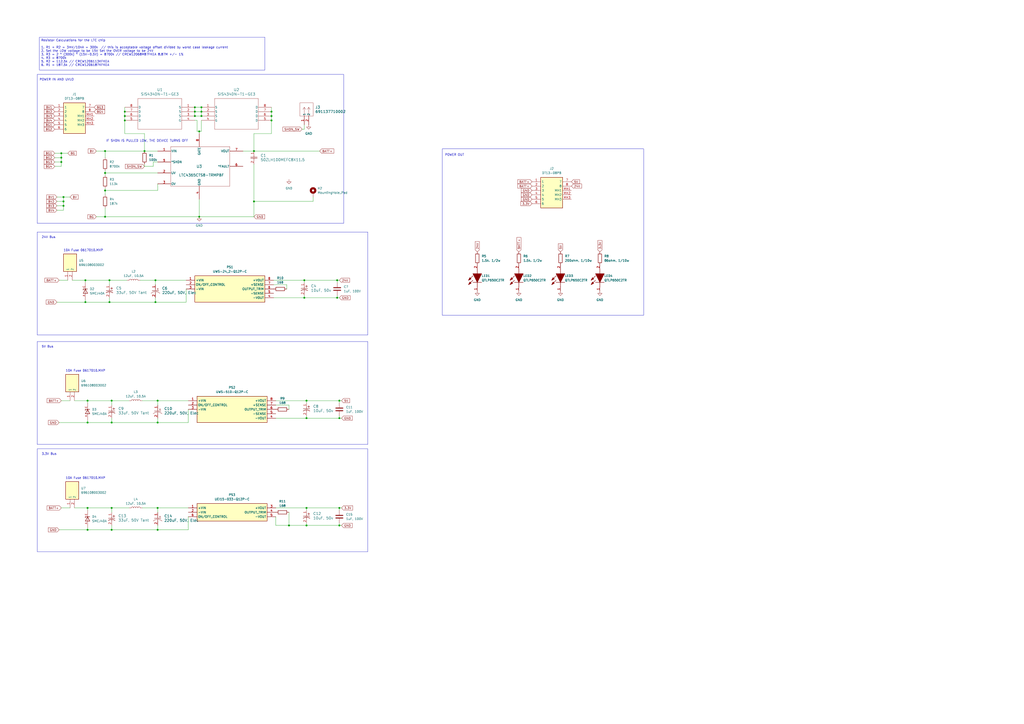
<source format=kicad_sch>
(kicad_sch (version 20231120) (generator "eeschema") (generator_version "8.0")
  (paper "A2")
  (lib_symbols
    (symbol "50ZLH100MEFC8X11_5:50ZLH100MEFC8X11.5" (pin_names (offset 0.254))
      (property "Reference" "C" (at 3.81 3.81 0))
      (property "Value" "50ZLH100MEFC8X11.5" (at 3.81 -3.81 0))
      (symbol "50ZLH100MEFC8X11.5_1_1"
        (pin unspecified line (at 0 0 0) (length 2.54) (name "") (number "1"))
        (pin unspecified line (at 7.62 0 180) (length 2.54) (name "") (number "2"))
      )
      (symbol "50ZLH100MEFC8X11.5_1_2"
        (pin unspecified line (at 0 0 270) (length 2.54) (name "") (number "1"))
        (pin unspecified line (at 0 -7.62 90) (length 2.54) (name "") (number "2"))
      )
    )
    (symbol "696108003002:696108003002"
      (property "Reference" "U" (at 16.51 7.62 0))
      (property "Value" "696108003002" (at 16.51 5.08 0))
      (symbol "696108003002_1_1"
        (pin passive line (at 0 0 0) (length 5.08) (name "1") (number "1"))
        (pin passive line (at 0 -2.54 0) (length 5.08) (name "2") (number "2"))
      )
    )
    (symbol "Device:C" (pin_numbers hide) (pin_names (offset 0.254))
      (property "Reference" "C" (at 0.635 2.54 0))
      (property "Value" "C" (at 0.635 -2.54 0))
      (symbol "C_1_1"
        (pin passive line (at 0 3.81 270) (length 2.794) (name "~") (number "1"))
        (pin passive line (at 0 -3.81 90) (length 2.794) (name "~") (number "2"))
      )
    )
    (symbol "Device:L" (pin_numbers hide) (pin_names (offset 1.016) hide)
      (property "Reference" "L" (at -1.27 0 90))
      (property "Value" "L" (at 1.905 0 90))
      (symbol "L_1_1"
        (pin passive line (at 0 3.81 270) (length 1.27) (name "1") (number "1"))
        (pin passive line (at 0 -3.81 90) (length 1.27) (name "2") (number "2"))
      )
    )
    (symbol "Device:R" (pin_numbers hide) (pin_names (offset 0))
      (property "Reference" "R" (at 2.032 0 90))
      (property "Value" "R" (at 0 0 90))
      (symbol "R_1_1"
        (pin passive line (at 0 3.81 270) (length 1.27) (name "~") (number "1"))
        (pin passive line (at 0 -3.81 90) (length 1.27) (name "~") (number "2"))
      )
    )
    (symbol "GND_1" (power) (pin_numbers hide) (pin_names (offset 0) hide)
      (property "Value" "GND" (at 0 -3.81 0))
      (symbol "GND_1_1_1"
        (pin power_in line (at 0 0 270) (length 0) (name "~") (number "1"))
      )
    )
    (symbol "GND_2" (power) (pin_numbers hide) (pin_names (offset 0) hide)
      (property "Value" "GND" (at 0 -3.81 0))
      (symbol "GND_2_1_1"
        (pin power_in line (at 0 0 270) (length 0) (name "~") (number "1"))
      )
    )
    (symbol "LTC4365CTS8_TRMPBF:LTC4365CTS8-TRMPBF" (pin_names (offset 0.254))
      (property "Reference" "U" (at 1.27 1.27 0))
      (property "Value" "LTC4365CTS8-TRMPBF" (at 1.27 -2.54 0))
      (symbol "LTC4365CTS8-TRMPBF_0_1"
        (pin input line (at -24.13 8.89 0) (length 7.62) (name "VIN") (number "1"))
        (pin input line (at -24.13 -3.81 0) (length 7.62) (name "UV") (number "2"))
        (pin input line (at -24.13 -10.16 0) (length 7.62) (name "OV") (number "3"))
        (pin power_in line (at 0 -19.05 90) (length 7.62) (name "GND") (number "4"))
        (pin input line (at -24.13 2.54 0) (length 7.62) (name "*SHDN") (number "5"))
        (pin output line (at 25.4 0 180) (length 7.62) (name "*FAULT") (number "6"))
        (pin output line (at 25.4 8.89 180) (length 7.62) (name "VOUT") (number "7"))
        (pin output line (at 0 19.05 270) (length 7.62) (name "GATE") (number "8"))
      )
    )
    (symbol "Mechanical:MountingHole_Pad" (pin_numbers hide) (pin_names (offset 1.016) hide) (exclude_from_sim yes) (in_bom no)
      (property "Reference" "H" (at 0 6.35 0))
      (property "Value" "MountingHole_Pad" (at 0 4.445 0))
      (symbol "MountingHole_Pad_1_1"
        (pin input line (at 0 -2.54 90) (length 2.54) (name "1") (number "1"))
      )
    )
    (symbol "QTLP650C2TR:QTLP650C2TR" (pin_names hide)
      (property "Reference" "LED" (at 12.7 8.89 0))
      (property "Value" "QTLP650C2TR" (at 12.7 6.35 0))
      (symbol "QTLP650C2TR_1_1"
        (pin passive line (at 0 0 0) (length 2.54) (name "K") (number "1"))
        (pin passive line (at 15.24 0 180) (length 2.54) (name "A") (number "2"))
      )
    )
    (symbol "SIS434DN_T1_GE3:SIS434DN-T1-GE3" (pin_names (offset 0.254))
      (property "Reference" "U" (at 20.32 10.16 0))
      (property "Value" "SIS434DN-T1-GE3" (at 20.32 7.62 0))
      (symbol "SIS434DN-T1-GE3_1_1"
        (pin unspecified line (at 0 0 0) (length 7.62) (name "S") (number "1"))
        (pin unspecified line (at 0 -2.54 0) (length 7.62) (name "S") (number "2"))
        (pin unspecified line (at 0 -5.08 0) (length 7.62) (name "S") (number "3"))
        (pin unspecified line (at 0 -7.62 0) (length 7.62) (name "G") (number "4"))
        (pin unspecified line (at 40.64 -7.62 180) (length 7.62) (name "D") (number "5"))
        (pin unspecified line (at 40.64 -5.08 180) (length 7.62) (name "D") (number "6"))
        (pin unspecified line (at 40.64 -2.54 180) (length 7.62) (name "D") (number "7"))
        (pin unspecified line (at 40.64 0 180) (length 7.62) (name "D") (number "8"))
      )
    )
    (symbol "SMCJ40A:SMCJ40A" (pin_names (offset 1.016))
      (property "Reference" "D" (at -5.08 2.413 0))
      (property "Value" "SMCJ40A" (at -5.08 -4.953 0))
      (symbol "SMCJ40A_0_0"
        (pin passive line (at 5.08 0 180) (length 5.08) (name "~") (number "A"))
        (pin passive line (at -5.08 0 0) (length 5.08) (name "~") (number "C"))
      )
    )
    (symbol "T521X336M050ATE075:T521X336M050ATE075" (pin_names (offset 0.254))
      (property "Reference" "C" (at 3.81 3.81 0))
      (property "Value" "T521X336M050ATE075" (at 3.81 -3.81 0))
      (symbol "T521X336M050ATE075_1_1"
        (pin unspecified line (at 0 0 0) (length 2.54) (name "") (number "1"))
        (pin unspecified line (at 7.62 0 180) (length 2.54) (name "") (number "2"))
      )
      (symbol "T521X336M050ATE075_1_2"
        (pin unspecified line (at 0 0 270) (length 2.54) (name "") (number "1"))
        (pin unspecified line (at 0 -7.62 90) (length 2.54) (name "") (number "2"))
      )
    )
    (symbol "UEI15-033-Q12P-C:UEI15-033-Q12P-C"
      (property "Reference" "PS" (at 46.99 7.62 0))
      (property "Value" "UEI15-033-Q12P-C" (at 46.99 5.08 0))
      (symbol "UEI15-033-Q12P-C_1_1"
        (pin passive line (at 50.8 0 180) (length 5.08) (name "+VIN") (number "1"))
        (pin passive line (at 50.8 -2.54 180) (length 5.08) (name "-VIN") (number "2"))
        (pin passive line (at 0 0 0) (length 5.08) (name "+VOUT") (number "3"))
        (pin passive line (at 0 -2.54 0) (length 5.08) (name "OUTPUT_TRIM") (number "4"))
        (pin passive line (at 0 -5.08 0) (length 5.08) (name "-VOUT") (number "5"))
        (pin passive line (at 50.8 -5.08 180) (length 5.08) (name "ON/OFF_CONTROL") (number "6"))
      )
    )
    (symbol "UWS-24_2-Q12P-C:UWS-24_2-Q12P-C"
      (property "Reference" "PS" (at 46.99 7.62 0))
      (property "Value" "UWS-24_2-Q12P-C" (at 46.99 5.08 0))
      (symbol "UWS-24_2-Q12P-C_1_1"
        (pin passive line (at 0 0 0) (length 5.08) (name "+VIN") (number "1"))
        (pin passive line (at 0 -2.54 0) (length 5.08) (name "ON/OFF_CONTROL") (number "2"))
        (pin passive line (at 0 -5.08 0) (length 5.08) (name "-VIN") (number "3"))
        (pin passive line (at 50.8 -10.16 180) (length 5.08) (name "-VOUT") (number "4"))
        (pin passive line (at 50.8 -7.62 180) (length 5.08) (name "-SENSE") (number "5"))
        (pin passive line (at 50.8 -5.08 180) (length 5.08) (name "OUTPUT_TRIM") (number "6"))
        (pin passive line (at 50.8 -2.54 180) (length 5.08) (name "+SENSE") (number "7"))
        (pin passive line (at 50.8 0 180) (length 5.08) (name "+VOUT") (number "8"))
      )
    )
    (symbol "UWS-510-Q12P-C:UWS-15_3-Q12P-C"
      (property "Reference" "PS" (at 46.99 7.62 0))
      (property "Value" "UWS-15_3-Q12P-C" (at 46.99 5.08 0))
      (symbol "UWS-15_3-Q12P-C_1_1"
        (pin passive line (at 0 0 0) (length 5.08) (name "+VIN") (number "1"))
        (pin passive line (at 0 -2.54 0) (length 5.08) (name "ON/OFF_CONTROL") (number "2"))
        (pin passive line (at 0 -5.08 0) (length 5.08) (name "-VIN") (number "3"))
        (pin passive line (at 50.8 -10.16 180) (length 5.08) (name "-VOUT") (number "4"))
        (pin passive line (at 50.8 -7.62 180) (length 5.08) (name "-SENSE") (number "5"))
        (pin passive line (at 50.8 -5.08 180) (length 5.08) (name "OUTPUT_TRIM") (number "6"))
        (pin passive line (at 50.8 -2.54 180) (length 5.08) (name "+SENSE") (number "7"))
        (pin passive line (at 50.8 0 180) (length 5.08) (name "+VOUT") (number "8"))
      )
    )
    (symbol "UWT1H221MNL1GS:UWT1H221MNL1GS" (pin_names (offset 0.254))
      (property "Reference" "C" (at 3.81 3.81 0))
      (property "Value" "UWT1H221MNL1GS" (at 3.81 -3.81 0))
      (symbol "UWT1H221MNL1GS_1_1"
        (text "+" (at 2.54 1.27 0) (effects (font (size 1.27 1.27))))
        (pin unspecified line (at 0 0 0) (length 2.54) (name "") (number "1"))
        (pin unspecified line (at 7.62 0 180) (length 2.54) (name "") (number "2"))
      )
      (symbol "UWT1H221MNL1GS_1_2"
        (pin unspecified line (at 0 0 270) (length 2.54) (name "") (number "1"))
        (pin unspecified line (at 0 -7.62 90) (length 2.54) (name "") (number "2"))
      )
    )
    (symbol "UWZ1H100MCL1GB:UWZ1H100MCL1GB" (pin_names (offset 0.254))
      (property "Reference" "C" (at 3.81 3.81 0))
      (property "Value" "UWZ1H100MCL1GB" (at 3.81 -3.81 0))
      (symbol "UWZ1H100MCL1GB_1_1"
        (pin unspecified line (at 0 0 0) (length 2.54) (name "") (number "1"))
        (pin unspecified line (at 7.62 0 180) (length 2.54) (name "") (number "2"))
      )
      (symbol "UWZ1H100MCL1GB_1_2"
        (pin unspecified line (at 0 -7.62 90) (length 2.54) (name "") (number "1"))
        (pin unspecified line (at 0 0 270) (length 2.54) (name "") (number "2"))
      )
    )
    (symbol "avid_symbols:691137710002" (pin_names (offset 0.254))
      (property "Reference" "J" (at 8.89 6.35 0))
      (property "Value" "691137710002" (at 0 0 0))
      (symbol "691137710002_0_1"
        (pin unspecified line (at 0 0 0) (length 5.08) (name "1") (number "1"))
        (pin unspecified line (at 0 -2.54 0) (length 5.08) (name "2") (number "2"))
      )
    )
    (symbol "avid_symbols:DT13-08PB"
      (property "Reference" "J" (at 19.05 7.62 0))
      (property "Value" "DT13-08PB" (at 19.05 5.08 0))
      (symbol "DT13-08PB_1_1"
        (pin passive line (at 0 0 0) (length 5.08) (name "1") (number "1"))
        (pin passive line (at 0 -2.54 0) (length 5.08) (name "2") (number "2"))
        (pin passive line (at 0 -5.08 0) (length 5.08) (name "3") (number "3"))
        (pin passive line (at 0 -7.62 0) (length 5.08) (name "4") (number "4"))
        (pin passive line (at 0 -10.16 0) (length 5.08) (name "5") (number "5"))
        (pin passive line (at 0 -12.7 0) (length 5.08) (name "6") (number "6"))
        (pin passive line (at 22.86 0 180) (length 5.08) (name "7") (number "7"))
        (pin passive line (at 22.86 -2.54 180) (length 5.08) (name "8") (number "8"))
        (pin passive line (at 22.86 -5.08 180) (length 5.08) (name "MH1") (number "MH1"))
        (pin passive line (at 22.86 -7.62 180) (length 5.08) (name "MH2") (number "MH2"))
        (pin passive line (at 22.86 -10.16 180) (length 5.08) (name "MH3") (number "MH3"))
      )
    )
    (symbol "power:GND" (power) (pin_names (offset 0))
      (property "Value" "GND" (at 0 -3.81 0))
      (symbol "GND_1_1"
        (pin power_in line (at 0 0 270) (length 0) hide (name "GND") (number "1"))
      )
    )
  )
  (junction (at 60.96 87.63))
  (junction (at 115.57 125.73))
  (junction (at 91.44 245.11))
  (junction (at 90.17 175.26))
  (junction (at 90.17 162.56))
  (junction (at 50.8 232.41))
  (junction (at 50.8 245.11))
  (junction (at 196.85 242.57))
  (junction (at 196.85 304.8))
  (junction (at 196.85 232.41))
  (junction (at 35.56 88.9))
  (junction (at 195.58 162.56))
  (junction (at 176.53 172.72))
  (junction (at 60.96 125.73))
  (junction (at 64.77 245.11))
  (junction (at 35.56 91.44))
  (junction (at 72.39 67.31))
  (junction (at 157.48 69.85))
  (junction (at 147.32 116.84))
  (junction (at 91.44 232.41))
  (junction (at 195.58 172.72))
  (junction (at 91.44 307.34))
  (junction (at 196.85 294.64))
  (junction (at 64.77 294.64))
  (junction (at 64.77 307.34))
  (junction (at 177.8 232.41))
  (junction (at 113.03 62.23))
  (junction (at 177.8 294.64))
  (junction (at 35.56 93.98))
  (junction (at 49.53 175.26))
  (junction (at 115.57 76.2))
  (junction (at 36.83 119.38))
  (junction (at 72.39 64.77))
  (junction (at 36.83 116.84))
  (junction (at 116.84 64.77))
  (junction (at 83.82 87.63))
  (junction (at 116.84 67.31))
  (junction (at 147.32 87.63))
  (junction (at 50.8 307.34))
  (junction (at 113.03 67.31))
  (junction (at 50.8 294.64))
  (junction (at 64.77 232.41))
  (junction (at 116.84 62.23))
  (junction (at 177.8 242.57))
  (junction (at 49.53 162.56))
  (junction (at 60.96 110.49))
  (junction (at 63.5 175.26))
  (junction (at 177.8 304.8))
  (junction (at 157.48 64.77))
  (junction (at 72.39 69.85))
  (junction (at 91.44 294.64))
  (junction (at 167.64 304.8))
  (junction (at 113.03 64.77))
  (junction (at 60.96 100.33))
  (junction (at 63.5 162.56))
  (junction (at 36.83 114.3))
  (junction (at 157.48 67.31))
  (junction (at 176.53 162.56))
  (wire (pts (xy 177.8 242.57) (xy 177.8 241.3)))
  (wire (pts (xy 176.53 172.72) (xy 176.53 171.45)))
  (wire (pts (xy 177.8 232.41) (xy 196.85 232.41)))
  (wire (pts (xy 177.8 242.57) (xy 196.85 242.57)))
  (wire (pts (xy 88.9 96.52) (xy 88.9 93.98)))
  (wire (pts (xy 195.58 172.72) (xy 196.85 172.72)))
  (wire (pts (xy 60.96 91.44) (xy 60.96 87.63)))
  (wire (pts (xy 72.39 77.47) (xy 72.39 69.85)))
  (wire (pts (xy 72.39 67.31) (xy 72.39 64.77)))
  (wire (pts (xy 91.44 110.49) (xy 91.44 106.68)))
  (wire (pts (xy 73.66 162.56) (xy 63.5 162.56)))
  (wire (pts (xy 35.56 91.44) (xy 35.56 88.9)))
  (wire (pts (xy 113.03 67.31) (xy 116.84 67.31)))
  (wire (pts (xy 140.97 87.63) (xy 147.32 87.63)))
  (wire (pts (xy 195.58 162.56) (xy 196.85 162.56)))
  (wire (pts (xy 35.56 88.9) (xy 39.37 88.9)))
  (wire (pts (xy 175.26 74.93) (xy 176.53 74.93)))
  (wire (pts (xy 82.55 294.64) (xy 91.44 294.64)))
  (wire (pts (xy 158.75 162.56) (xy 176.53 162.56)))
  (wire (pts (xy 109.22 299.72) (xy 109.22 307.34)))
  (wire (pts (xy 91.44 307.34) (xy 91.44 304.8)))
  (wire (pts (xy 113.03 62.23) (xy 116.84 62.23)))
  (wire (pts (xy 177.8 233.68) (xy 177.8 232.41)))
  (wire (pts (xy 50.8 243.84) (xy 50.8 245.11)))
  (wire (pts (xy 50.8 295.91) (xy 50.8 294.64)))
  (wire (pts (xy 83.82 96.52) (xy 88.9 96.52)))
  (wire (pts (xy 60.96 100.33) (xy 60.96 99.06)))
  (wire (pts (xy 74.93 232.41) (xy 64.77 232.41)))
  (wire (pts (xy 176.53 163.83) (xy 176.53 162.56)))
  (wire (pts (xy 55.88 125.73) (xy 60.96 125.73)))
  (wire (pts (xy 113.03 64.77) (xy 116.84 64.77)))
  (wire (pts (xy 115.57 76.2) (xy 115.57 77.47)))
  (wire (pts (xy 196.85 304.8) (xy 196.85 303.53)))
  (wire (pts (xy 72.39 64.77) (xy 72.39 62.23)))
  (wire (pts (xy 147.32 77.47) (xy 147.32 87.63)))
  (wire (pts (xy 147.32 116.84) (xy 181.61 116.84)))
  (wire (pts (xy 147.32 77.47) (xy 157.48 77.47)))
  (wire (pts (xy 34.29 307.34) (xy 50.8 307.34)))
  (wire (pts (xy 83.82 77.47) (xy 72.39 77.47)))
  (wire (pts (xy 177.8 304.8) (xy 196.85 304.8)))
  (wire (pts (xy 60.96 125.73) (xy 115.57 125.73)))
  (wire (pts (xy 50.8 294.64) (xy 64.77 294.64)))
  (wire (pts (xy 60.96 120.65) (xy 60.96 125.73)))
  (wire (pts (xy 116.84 69.85) (xy 116.84 76.2)))
  (wire (pts (xy 63.5 162.56) (xy 63.5 165.1)))
  (wire (pts (xy 55.88 87.63) (xy 60.96 87.63)))
  (wire (pts (xy 64.77 245.11) (xy 64.77 242.57)))
  (wire (pts (xy 147.32 95.25) (xy 147.32 116.84)))
  (wire (pts (xy 160.02 304.8) (xy 167.64 304.8)))
  (wire (pts (xy 60.96 100.33) (xy 91.44 100.33)))
  (wire (pts (xy 157.48 64.77) (xy 157.48 62.23)))
  (wire (pts (xy 83.82 95.25) (xy 83.82 96.52)))
  (wire (pts (xy 33.02 116.84) (xy 36.83 116.84)))
  (wire (pts (xy 49.53 175.26) (xy 63.5 175.26)))
  (wire (pts (xy 60.96 110.49) (xy 91.44 110.49)))
  (wire (pts (xy 33.02 114.3) (xy 36.83 114.3)))
  (wire (pts (xy 33.02 121.92) (xy 36.83 121.92)))
  (wire (pts (xy 91.44 294.64) (xy 91.44 297.18)))
  (wire (pts (xy 116.84 76.2) (xy 115.57 76.2)))
  (wire (pts (xy 31.75 88.9) (xy 35.56 88.9)))
  (wire (pts (xy 158.75 165.1) (xy 166.37 165.1)))
  (wire (pts (xy 116.84 62.23) (xy 116.84 64.77)))
  (wire (pts (xy 64.77 307.34) (xy 91.44 307.34)))
  (wire (pts (xy 31.75 96.52) (xy 35.56 96.52)))
  (wire (pts (xy 91.44 232.41) (xy 109.22 232.41)))
  (wire (pts (xy 49.53 163.83) (xy 49.53 162.56)))
  (wire (pts (xy 160.02 232.41) (xy 177.8 232.41)))
  (wire (pts (xy 147.32 87.63) (xy 185.42 87.63)))
  (wire (pts (xy 43.18 232.41) (xy 50.8 232.41)))
  (wire (pts (xy 115.57 125.73) (xy 115.57 115.57)))
  (wire (pts (xy 160.02 242.57) (xy 177.8 242.57)))
  (wire (pts (xy 167.64 297.18) (xy 167.64 304.8)))
  (wire (pts (xy 36.83 116.84) (xy 36.83 119.38)))
  (wire (pts (xy 33.02 175.26) (xy 49.53 175.26)))
  (wire (pts (xy 83.82 77.47) (xy 83.82 87.63)))
  (wire (pts (xy 177.8 295.91) (xy 177.8 294.64)))
  (wire (pts (xy 88.9 93.98) (xy 91.44 93.98)))
  (wire (pts (xy 64.77 307.34) (xy 64.77 304.8)))
  (wire (pts (xy 90.17 175.26) (xy 90.17 172.72)))
  (wire (pts (xy 160.02 294.64) (xy 177.8 294.64)))
  (wire (pts (xy 36.83 114.3) (xy 36.83 116.84)))
  (wire (pts (xy 177.8 294.64) (xy 196.85 294.64)))
  (wire (pts (xy 113.03 62.23) (xy 113.03 64.77)))
  (wire (pts (xy 167.64 234.95) (xy 167.64 237.49)))
  (wire (pts (xy 50.8 307.34) (xy 64.77 307.34)))
  (wire (pts (xy 147.32 116.84) (xy 147.32 125.73)))
  (wire (pts (xy 82.55 232.41) (xy 91.44 232.41)))
  (wire (pts (xy 36.83 121.92) (xy 36.83 119.38)))
  (wire (pts (xy 157.48 69.85) (xy 157.48 67.31)))
  (wire (pts (xy 64.77 294.64) (xy 64.77 297.18)))
  (wire (pts (xy 195.58 163.83) (xy 195.58 162.56)))
  (wire (pts (xy 196.85 242.57) (xy 196.85 241.3)))
  (wire (pts (xy 109.22 307.34) (xy 91.44 307.34)))
  (wire (pts (xy 176.53 172.72) (xy 195.58 172.72)))
  (wire (pts (xy 60.96 101.6) (xy 60.96 100.33)))
  (wire (pts (xy 50.8 306.07) (xy 50.8 307.34)))
  (wire (pts (xy 114.3 69.85) (xy 113.03 69.85)))
  (wire (pts (xy 64.77 245.11) (xy 91.44 245.11)))
  (wire (pts (xy 195.58 172.72) (xy 195.58 171.45)))
  (wire (pts (xy 167.64 304.8) (xy 177.8 304.8)))
  (wire (pts (xy 90.17 162.56) (xy 107.95 162.56)))
  (wire (pts (xy 41.91 162.56) (xy 49.53 162.56)))
  (wire (pts (xy 63.5 175.26) (xy 63.5 172.72)))
  (wire (pts (xy 83.82 87.63) (xy 91.44 87.63)))
  (wire (pts (xy 91.44 294.64) (xy 109.22 294.64)))
  (wire (pts (xy 64.77 232.41) (xy 64.77 234.95)))
  (wire (pts (xy 91.44 232.41) (xy 91.44 234.95)))
  (wire (pts (xy 60.96 87.63) (xy 83.82 87.63)))
  (wire (pts (xy 34.29 245.11) (xy 50.8 245.11)))
  (wire (pts (xy 81.28 162.56) (xy 90.17 162.56)))
  (wire (pts (xy 157.48 77.47) (xy 157.48 69.85)))
  (wire (pts (xy 43.18 294.64) (xy 50.8 294.64)))
  (wire (pts (xy 60.96 109.22) (xy 60.96 110.49)))
  (wire (pts (xy 177.8 304.8) (xy 177.8 303.53)))
  (wire (pts (xy 114.3 76.2) (xy 114.3 69.85)))
  (wire (pts (xy 35.56 93.98) (xy 35.56 91.44)))
  (wire (pts (xy 35.56 96.52) (xy 35.56 93.98)))
  (wire (pts (xy 49.53 162.56) (xy 63.5 162.56)))
  (wire (pts (xy 116.84 64.77) (xy 116.84 67.31)))
  (wire (pts (xy 33.02 119.38) (xy 36.83 119.38)))
  (wire (pts (xy 196.85 295.91) (xy 196.85 294.64)))
  (wire (pts (xy 90.17 162.56) (xy 90.17 165.1)))
  (wire (pts (xy 109.22 237.49) (xy 109.22 245.11)))
  (wire (pts (xy 72.39 69.85) (xy 72.39 67.31)))
  (wire (pts (xy 31.75 91.44) (xy 35.56 91.44)))
  (wire (pts (xy 160.02 234.95) (xy 167.64 234.95)))
  (wire (pts (xy 74.93 294.64) (xy 64.77 294.64)))
  (wire (pts (xy 147.32 125.73) (xy 115.57 125.73)))
  (wire (pts (xy 63.5 175.26) (xy 90.17 175.26)))
  (wire (pts (xy 157.48 67.31) (xy 157.48 64.77)))
  (wire (pts (xy 196.85 233.68) (xy 196.85 232.41)))
  (wire (pts (xy 107.95 167.64) (xy 107.95 175.26)))
  (wire (pts (xy 198.12 232.41) (xy 196.85 232.41)))
  (wire (pts (xy 50.8 233.68) (xy 50.8 232.41)))
  (wire (pts (xy 60.96 110.49) (xy 60.96 113.03)))
  (wire (pts (xy 176.53 162.56) (xy 195.58 162.56)))
  (wire (pts (xy 91.44 245.11) (xy 91.44 242.57)))
  (wire (pts (xy 109.22 245.11) (xy 91.44 245.11)))
  (wire (pts (xy 50.8 232.41) (xy 64.77 232.41)))
  (wire (pts (xy 35.56 232.41) (xy 40.64 232.41)))
  (wire (pts (xy 113.03 64.77) (xy 113.03 67.31)))
  (wire (pts (xy 198.12 294.64) (xy 196.85 294.64)))
  (wire (pts (xy 35.56 294.64) (xy 40.64 294.64)))
  (wire (pts (xy 198.12 304.8) (xy 196.85 304.8)))
  (wire (pts (xy 40.64 114.3) (xy 36.83 114.3)))
  (wire (pts (xy 160.02 299.72) (xy 160.02 304.8)))
  (wire (pts (xy 107.95 175.26) (xy 90.17 175.26)))
  (wire (pts (xy 158.75 172.72) (xy 176.53 172.72)))
  (wire (pts (xy 50.8 245.11) (xy 64.77 245.11)))
  (wire (pts (xy 31.75 93.98) (xy 35.56 93.98)))
  (wire (pts (xy 114.3 76.2) (xy 115.57 76.2)))
  (wire (pts (xy 176.53 74.93) (xy 176.53 72.39)))
  (wire (pts (xy 49.53 173.99) (xy 49.53 175.26)))
  (wire (pts (xy 34.29 162.56) (xy 39.37 162.56)))
  (wire (pts (xy 181.61 114.3) (xy 181.61 116.84)))
  (wire (pts (xy 166.37 165.1) (xy 166.37 167.64)))
  (wire (pts (xy 198.12 242.57) (xy 196.85 242.57)))
  (rectangle (start 21.59 134.62) (end 213.36 194.31))
  (rectangle (start 21.59 43.18) (end 199.39 129.54))
  (rectangle (start 21.59 198.12) (end 213.36 257.81))
  (rectangle (start 21.59 260.35) (end 213.36 320.04))
  (rectangle (start 256.54 86.36) (end 373.38 182.88))
  (text_box "Resistor Calculations for the LTC chip\n\n1. R1 + R2 = 3mV/10nA = 300k  // this is acceptable voltage offset divided by worst case leakage current\n2. Set the LOW voltage to be 15V Set the OVER voltage to be 24V\n3. R3 = 2 * (300k) * (15V-0.5V) = 8700k // CRCW12068M87FKEA 8.87M +/- 1%\n4. R3 = 8700k\n5. R2 = 112.5k // CRCW1206113KFKEA\n6. R1 = 187.5k // CRCW1206187KFKEA\n" (at 22.86 21.59 0) (size 130.81 19.05) (effects (font (size 1.27 1.27)) (justify left top)))
  (text "10A Fuse 0617010.MXP" (at 36.83 146.05 0) (effects (font (size 1.27 1.27)) (justify left bottom)))
  (text "10A Fuse 0617010.MXP" (at 38.1 215.9 0) (effects (font (size 1.27 1.27)) (justify left bottom)))
  (text "3.3V Bus" (at 24.13 264.16 0) (effects (font (size 1.27 1.27)) (justify left bottom)))
  (text "POWER IN AND UVLO" (at 22.86 46.99 0) (effects (font (size 1.27 1.27)) (justify left bottom)))
  (text "POWER OUT" (at 258.064 90.678 0) (effects (font (size 1.27 1.27)) (justify left bottom)))
  (text "24V Bus" (at 24.13 138.43 0) (effects (font (size 1.27 1.27)) (justify left bottom)))
  (text "10A Fuse 0617010.MXP" (at 38.1 278.13 0) (effects (font (size 1.27 1.27)) (justify left bottom)))
  (text "5V Bus" (at 24.13 201.93 0) (effects (font (size 1.27 1.27)) (justify left bottom)))
  (text "IF SHDN IS PULLED LOW, THE DEVICE TURNS OFF\n" (at 85.344 81.788 0) (effects (font (size 1.27 1.27))))
  (global_label "BG2" (shape input) (at 31.75 74.93 180) (property "Intersheetrefs" "${INTERSHEET_REFS}" (effects (hide yes))))
  (global_label "BATT+" (shape input) (at 185.42 87.63 0) (property "Intersheetrefs" "${INTERSHEET_REFS}" (effects (hide yes))))
  (global_label "BV1" (shape input) (at 33.02 114.3 180) (property "Intersheetrefs" "${INTERSHEET_REFS}" (effects (hide yes))))
  (global_label "SHDN_SW" (shape input) (at 175.26 74.93 180) (property "Intersheetrefs" "${INTERSHEET_REFS}" (effects (hide yes))))
  (global_label "GND" (shape input) (at 34.29 307.34 180) (property "Intersheetrefs" "${INTERSHEET_REFS}" (effects (hide yes))))
  (global_label "BV1" (shape input) (at 31.75 62.23 180) (property "Intersheetrefs" "${INTERSHEET_REFS}" (effects (hide yes))))
  (global_label "BV2" (shape input) (at 33.02 116.84 180) (property "Intersheetrefs" "${INTERSHEET_REFS}" (effects (hide yes))))
  (global_label "BATT+" (shape input) (at 308.61 107.95 180) (property "Intersheetrefs" "${INTERSHEET_REFS}" (effects (hide yes))))
  (global_label "BG" (shape input) (at 55.88 125.73 180) (property "Intersheetrefs" "${INTERSHEET_REFS}" (effects (hide yes))))
  (global_label "BV2" (shape input) (at 31.75 64.77 180) (property "Intersheetrefs" "${INTERSHEET_REFS}" (effects (hide yes))))
  (global_label "BV3" (shape input) (at 31.75 67.31 180) (property "Intersheetrefs" "${INTERSHEET_REFS}" (effects (hide yes))))
  (global_label "24V" (shape input) (at 331.47 107.95 0) (property "Intersheetrefs" "${INTERSHEET_REFS}" (effects (hide yes))))
  (global_label "24V" (shape input) (at 196.85 162.56 0) (property "Intersheetrefs" "${INTERSHEET_REFS}" (effects (hide yes))))
  (global_label "BV" (shape input) (at 55.88 87.63 180) (property "Intersheetrefs" "${INTERSHEET_REFS}" (effects (hide yes))))
  (global_label "BG4" (shape input) (at 31.75 96.52 180) (property "Intersheetrefs" "${INTERSHEET_REFS}" (effects (hide yes))))
  (global_label "BG" (shape input) (at 39.37 88.9 0) (property "Intersheetrefs" "${INTERSHEET_REFS}" (effects (hide yes))))
  (global_label "GND" (shape input) (at 308.61 113.03 180) (property "Intersheetrefs" "${INTERSHEET_REFS}" (effects (hide yes))))
  (global_label "BATT+" (shape input) (at 35.56 232.41 180) (property "Intersheetrefs" "${INTERSHEET_REFS}" (effects (hide yes))))
  (global_label "GND" (shape input) (at 147.32 125.73 0) (property "Intersheetrefs" "${INTERSHEET_REFS}" (effects (hide yes))))
  (global_label "BATT+" (shape input) (at 35.56 294.64 180) (property "Intersheetrefs" "${INTERSHEET_REFS}" (effects (hide yes))))
  (global_label "BG3" (shape input) (at 31.75 93.98 180) (property "Intersheetrefs" "${INTERSHEET_REFS}" (effects (hide yes))))
  (global_label "5V" (shape input) (at 325.12 146.05 90) (property "Intersheetrefs" "${INTERSHEET_REFS}" (effects (hide yes))))
  (global_label "GND" (shape input) (at 198.12 304.8 0) (property "Intersheetrefs" "${INTERSHEET_REFS}" (effects (hide yes))))
  (global_label "BG4" (shape input) (at 54.61 64.77 0) (property "Intersheetrefs" "${INTERSHEET_REFS}" (effects (hide yes))))
  (global_label "SHDN_SW" (shape input) (at 83.82 96.52 180) (property "Intersheetrefs" "${INTERSHEET_REFS}" (effects (hide yes))))
  (global_label "BG2" (shape input) (at 31.75 91.44 180) (property "Intersheetrefs" "${INTERSHEET_REFS}" (effects (hide yes))))
  (global_label "BG1" (shape input) (at 31.75 72.39 180) (property "Intersheetrefs" "${INTERSHEET_REFS}" (effects (hide yes))))
  (global_label "5V" (shape input) (at 198.12 232.41 0) (property "Intersheetrefs" "${INTERSHEET_REFS}" (effects (hide yes))))
  (global_label "BG3" (shape input) (at 54.61 62.23 0) (property "Intersheetrefs" "${INTERSHEET_REFS}" (effects (hide yes))))
  (global_label "GND" (shape input) (at 308.61 110.49 180) (property "Intersheetrefs" "${INTERSHEET_REFS}" (effects (hide yes))))
  (global_label "3.3V" (shape input) (at 198.12 294.64 0) (property "Intersheetrefs" "${INTERSHEET_REFS}" (effects (hide yes))))
  (global_label "BV4" (shape input) (at 33.02 121.92 180) (property "Intersheetrefs" "${INTERSHEET_REFS}" (effects (hide yes))))
  (global_label "BG1" (shape input) (at 31.75 88.9 180) (property "Intersheetrefs" "${INTERSHEET_REFS}" (effects (hide yes))))
  (global_label "BV" (shape input) (at 40.64 114.3 0) (property "Intersheetrefs" "${INTERSHEET_REFS}" (effects (hide yes))))
  (global_label "BV3" (shape input) (at 33.02 119.38 180) (property "Intersheetrefs" "${INTERSHEET_REFS}" (effects (hide yes))))
  (global_label "3.3V" (shape input) (at 308.61 118.11 180) (property "Intersheetrefs" "${INTERSHEET_REFS}" (effects (hide yes))))
  (global_label "BATT+" (shape input) (at 308.61 105.41 180) (property "Intersheetrefs" "${INTERSHEET_REFS}" (effects (hide yes))))
  (global_label "3.3V" (shape input) (at 347.98 146.05 90) (property "Intersheetrefs" "${INTERSHEET_REFS}" (effects (hide yes))))
  (global_label "5V" (shape input) (at 331.47 105.41 0) (property "Intersheetrefs" "${INTERSHEET_REFS}" (effects (hide yes))))
  (global_label "GND" (shape input) (at 33.02 175.26 180) (property "Intersheetrefs" "${INTERSHEET_REFS}" (effects (hide yes))))
  (global_label "GND" (shape input) (at 198.12 242.57 0) (property "Intersheetrefs" "${INTERSHEET_REFS}" (effects (hide yes))))
  (global_label "GND" (shape input) (at 308.61 115.57 180) (property "Intersheetrefs" "${INTERSHEET_REFS}" (effects (hide yes))))
  (global_label "GND" (shape input) (at 34.29 245.11 180) (property "Intersheetrefs" "${INTERSHEET_REFS}" (effects (hide yes))))
  (global_label "BV4" (shape input) (at 31.75 69.85 180) (property "Intersheetrefs" "${INTERSHEET_REFS}" (effects (hide yes))))
  (global_label "24V" (shape input) (at 276.86 146.05 90) (property "Intersheetrefs" "${INTERSHEET_REFS}" (effects (hide yes))))
  (global_label "GND" (shape input) (at 196.85 172.72 0) (property "Intersheetrefs" "${INTERSHEET_REFS}" (effects (hide yes))))
  (global_label "BATT+" (shape input) (at 34.29 162.56 180) (property "Intersheetrefs" "${INTERSHEET_REFS}" (effects (hide yes))))
  (global_label "BATT+" (shape input) (at 300.99 146.05 90) (property "Intersheetrefs" "${INTERSHEET_REFS}" (effects (hide yes))))
  (symbol (lib_id "SIS434DN_T1_GE3:SIS434DN-T1-GE3") (at 113.03 62.23 0) (mirror y) (unit 1)
    (property "Reference" "U1" (at 92.71 52.07 0) (effects (font (size 1.524 1.524))))
    (property "Value" "SIS434DN-T1-GE3" (at 92.71 54.61 0) (effects (font (size 1.524 1.524))))
    (property "Footprint" "avid_footprints:MOSFET_4DN-T1-E3_VIS" (effects (hide yes)))
    (property "Datasheet" "SIS434DN-T1-GE3" (effects (hide yes)))
  )
  (symbol (lib_id "T521X336M050ATE075:T521X336M050ATE075") (at 64.77 297.18 270) (unit 1)
    (property "Reference" "C13" (at 68.58 299.2374 90) (effects (font (size 1.524 1.524)) (justify left)))
    (property "Value" "33uF, 50V Tant" (at 68.58 301.7774 90) (effects (font (size 1.524 1.524)) (justify left)))
    (property "Footprint" "avid_footprints:CAPMP7.6X4.3_4.3N_KEM-L" (effects (hide yes)))
    (property "Datasheet" "T521X336M050ATE075" (effects (hide yes)))
    (property "Part Number" "T521X336M050ATE075" (effects (hide yes)))
  )
  (symbol (lib_id "UWZ1H100MCL1GB:UWZ1H100MCL1GB") (at 177.8 233.68 270) (unit 1)
    (property "Reference" "C8" (at 181.61 235.7374 90) (effects (font (size 1.524 1.524)) (justify left)))
    (property "Value" "10uF, 50v" (at 181.61 238.2774 90) (effects (font (size 1.524 1.524)) (justify left)))
    (property "Footprint" "avid_footprints:PCAP_6.3x5.4-ELECT_NCA-L" (effects (hide yes)))
    (property "Datasheet" "UWZ1H100MCL1GB" (effects (hide yes)))
    (property "Part Number" "UWZ1H100MCL1GB" (effects (hide yes)))
  )
  (symbol (lib_id "Device:R") (at 300.99 149.86 180) (unit 1)
    (property "Reference" "R6" (at 303.53 148.59 0) (effects (justify right)))
    (property "Value" "1.5k. 1/2w" (at 303.53 151.13 0) (effects (justify right)))
    (property "Footprint" "Resistor_SMD:R_1206_3216Metric_Pad1.30x1.75mm_HandSolder" (effects (hide yes)))
    (property "Part Number" "RNCP1206FTD1K50" (effects (hide yes)))
  )
  (symbol (lib_id "UEI15-033-Q12P-C:UEI15-033-Q12P-C") (at 160.02 294.64 0) (mirror y) (unit 1)
    (property "Reference" "PS3" (at 134.62 287.02 0))
    (property "Value" "UEI15-033-Q12P-C" (at 134.62 289.56 0))
    (property "Footprint" "avid_footprints:UEI15033Q12PC" (effects (hide yes)))
    (property "Datasheet" "https://power.murata.com/data/power/mdc_uei-15w.pdf" (effects (hide yes)))
    (property "Height" "9.2" (effects (hide yes)))
    (property "Mouser Part Number" "580-UEI15-033-Q12P-C" (effects (hide yes)))
    (property "Mouser Price/Stock" "https://www.mouser.co.uk/ProductDetail/Murata-Power-Solutions/UEI15-033-Q12P-C?qs=vkg2aSRn9IqPFEOBvVDmVQ%3D%3D" (effects (hide yes)))
    (property "Manufacturer_Name" "Murata Electronics" (effects (hide yes)))
    (property "Manufacturer_Part_Number" "UEI15-033-Q12P-C" (effects (hide yes)))
  )
  (symbol (lib_id "696108003002:696108003002") (at 40.64 294.64 90) (unit 1)
    (property "Reference" "U7" (at 46.99 283.21 90) (effects (justify right)))
    (property "Value" "696108003002" (at 46.99 285.75 90) (effects (justify right)))
    (property "Footprint" "avid_footprints:WR-FSH_THT_2" (effects (hide yes)))
    (property "Datasheet" "http://katalog.we-online.de/em/datasheet/696108003002.pdf" (effects (hide yes)))
    (property "Mouser Part Number" "710-696108003002" (effects (hide yes)))
    (property "Mouser Price/Stock" "https://www.mouser.co.uk/ProductDetail/Wurth-Elektronik/696108003002?qs=%252BEew9%252B0nqrCCQeoUrFurBg%3D%3D" (effects (hide yes)))
    (property "Manufacturer_Name" "Wurth Elektronik" (effects (hide yes)))
    (property "Manufacturer_Part_Number" "696108003002" (effects (hide yes)))
  )
  (symbol (lib_id "avid_symbols:DT13-08PB") (at 308.61 105.41 0) (unit 1)
    (property "Reference" "J2" (at 320.04 97.79 0))
    (property "Value" "DT13-08PB" (at 320.04 100.33 0))
    (property "Footprint" "avid_footprints:DT1308PB" (effects (hide yes)))
    (property "Datasheet" "https://www.te.com/commerce/DocumentDelivery/DDEController?Action=srchrtrv&DocNm=1-1773962-8&DocType=Data%20Sheet&DocLang=English&PartCntxt=DT13-08PB&DocFormat=pdf" (effects (hide yes)))
    (property "Description" "Body Features: Primary Product Color Black | Connector & Keying Code B | Configuration Features: PCB Mount Orientation Right Angle | Number of Sections 1 | Number of Positions 8 | Number of Rows 2 | Number of Signal Positions 8 | Contact Features: Contact Size Size 16 | Contact Type Pin | Mating Pin Diameter 1.59 MM | Mating Pin Diameter .063 INCH | Contact Mating Area Plating Material Nickel | Contact Current Rating (Max) 13 AMP | Dimensions: Connector Length 39.24 MM | Connector Length 1.545 INCH | Profil" (effects (hide yes)))
    (property "Height" "35.26" (effects (hide yes)))
    (property "Mouser Part Number" "571-DT13-08PB" (effects (hide yes)))
    (property "Mouser Price/Stock" "https://www.mouser.co.uk/ProductDetail/TE-Connectivity-DEUTSCH/DT13-08PB?qs=cgQJD%2FpJz0wHjiwyXJvOEQ%3D%3D" (effects (hide yes)))
    (property "Manufacturer_Name" "TE Connectivity" (effects (hide yes)))
    (property "Manufacturer_Part_Number" "DT13-08PB" (effects (hide yes)))
  )
  (symbol (lib_id "SIS434DN_T1_GE3:SIS434DN-T1-GE3") (at 116.84 62.23 0) (unit 1)
    (property "Reference" "U2" (at 137.16 52.07 0) (effects (font (size 1.524 1.524))))
    (property "Value" "SIS434DN-T1-GE3" (at 137.16 54.61 0) (effects (font (size 1.524 1.524))))
    (property "Footprint" "avid_footprints:MOSFET_4DN-T1-E3_VIS" (effects (hide yes)))
    (property "Datasheet" "SIS434DN-T1-GE3" (effects (hide yes)))
  )
  (symbol (lib_id "QTLP650C2TR:QTLP650C2TR") (at 325.12 168.91 90) (unit 1)
    (property "Reference" "LED3" (at 327.66 160.02 90) (effects (justify right)))
    (property "Value" "QTLP650C2TR" (at 327.66 162.56 90) (effects (justify right)))
    (property "Footprint" "avid_footprints:LEDC3216X130N" (effects (hide yes)))
    (property "Datasheet" "https://media.digikey.com/pdf/Data%20Sheets/Everlight%20PDFs/QTLP650(C,D)-2,3,4,7,B.pdf" (effects (hide yes)))
    (property "Height" "1.3" (effects (hide yes)))
    (property "Mouser Part Number" "638-QTLP650C2" (effects (hide yes)))
    (property "Mouser Price/Stock" "https://www.mouser.co.uk/ProductDetail/Everlight/QTLP650C2TR?qs=jxXCjj08cASinGANW30bJg%3D%3D" (effects (hide yes)))
    (property "Manufacturer_Name" "Everlight" (effects (hide yes)))
    (property "Part Number" "QTLP650C2TR" (effects (hide yes)))
  )
  (symbol (lib_id "UWT1H221MNL1GS:UWT1H221MNL1GS") (at 91.44 297.18 270) (unit 1)
    (property "Reference" "C14" (at 95.25 299.3221 90) (effects (font (size 1.524 1.524)) (justify left)))
    (property "Value" "220uF, 50V, Elec" (at 95.25 301.8621 90) (effects (font (size 1.524 1.524)) (justify left)))
    (property "Footprint" "avid_footprints:U2-R_NCH-L" (effects (hide yes)))
    (property "Datasheet" "UWT1H221MNL1GS" (effects (hide yes)))
  )
  (symbol (lib_id "Device:R") (at 325.12 149.86 180) (unit 1)
    (property "Reference" "R7" (at 327.66 148.59 0) (effects (justify right)))
    (property "Value" "200ohm, 1/10w" (at 327.66 151.13 0) (effects (justify right)))
    (property "Footprint" "Resistor_SMD:R_1206_3216Metric_Pad1.30x1.75mm_HandSolder" (effects (hide yes)))
    (property "Part Number" "RMCF1206JT200R" (effects (hide yes)))
  )
  (symbol (lib_id "SMCJ40A:SMCJ40A") (at 50.8 238.76 270) (unit 1)
    (property "Reference" "D3" (at 53.34 237.49 90) (effects (justify left)))
    (property "Value" "SMCJ40A" (at 53.34 240.03 90) (effects (justify left)))
    (property "Footprint" "avid_footprints:DIOM7959X262N" (effects (hide yes)))
    (property "PARTREV" "11/20/15" (effects (hide yes)))
    (property "STANDARD" "IPC-7351B" (effects (hide yes)))
    (property "MAXIMUM_PACKAGE_HEIGHT" "2.62mm" (effects (hide yes)))
    (property "MANUFACTURER" "LittelFuse" (effects (hide yes)))
  )
  (symbol (lib_id "UWT1H221MNL1GS:UWT1H221MNL1GS") (at 91.44 234.95 270) (unit 1)
    (property "Reference" "C10" (at 95.25 237.0921 90) (effects (font (size 1.524 1.524)) (justify left)))
    (property "Value" "220uF, 50V, Elec" (at 95.25 239.6321 90) (effects (font (size 1.524 1.524)) (justify left)))
    (property "Footprint" "avid_footprints:U2-R_NCH-L" (effects (hide yes)))
    (property "Datasheet" "UWT1H221MNL1GS" (effects (hide yes)))
  )
  (symbol (lib_id "Device:R") (at 60.96 116.84 0) (unit 1)
    (property "Reference" "R4" (at 63.5 115.57 0) (effects (justify left)))
    (property "Value" "187k" (at 63.5 118.11 0) (effects (justify left)))
    (property "Footprint" "Resistor_SMD:R_1206_3216Metric_Pad1.30x1.75mm_HandSolder" (effects (hide yes)))
    (property "Part Number" "CRCW1206187KFKEA" (effects (hide yes)))
  )
  (symbol (lib_id "UWS-24_2-Q12P-C:UWS-24_2-Q12P-C") (at 107.95 162.56 0) (unit 1)
    (property "Reference" "PS1" (at 133.35 154.94 0))
    (property "Value" "UWS-24_2-Q12P-C" (at 133.35 157.48 0))
    (property "Footprint" "avid_footprints:UWS242Q12PC" (effects (hide yes)))
    (property "Datasheet" "https://componentsearchengine.com/Datasheets/1/UWS-24_2-Q12P-C.pdf" (effects (hide yes)))
    (property "Height" "9.1" (effects (hide yes)))
    (property "Mouser Part Number" "580-UWS-24/2-Q12P-C" (effects (hide yes)))
    (property "Mouser Price/Stock" "https://www.mouser.co.uk/ProductDetail/Murata-Power-Solutions/UWS-24-2-Q12P-C?qs=XeJtXLiO41TNkBmqA9gfYQ%3D%3D" (effects (hide yes)))
    (property "Manufacturer_Name" "Murata Electronics" (effects (hide yes)))
    (property "Manufacturer_Part_Number" "UWS-24/2-Q12P-C" (effects (hide yes)))
  )
  (symbol (lib_id "UWZ1H100MCL1GB:UWZ1H100MCL1GB") (at 177.8 295.91 270) (unit 1)
    (property "Reference" "C12" (at 181.61 297.9674 90) (effects (font (size 1.524 1.524)) (justify left)))
    (property "Value" "10uF, 50v" (at 181.61 300.5074 90) (effects (font (size 1.524 1.524)) (justify left)))
    (property "Footprint" "avid_footprints:PCAP_6.3x5.4-ELECT_NCA-L" (effects (hide yes)))
    (property "Datasheet" "UWZ1H100MCL1GB" (effects (hide yes)))
    (property "Part Number" "UWZ1H100MCL1GB" (effects (hide yes)))
  )
  (symbol (lib_id "SMCJ40A:SMCJ40A") (at 50.8 300.99 270) (unit 1)
    (property "Reference" "D4" (at 53.34 299.72 90) (effects (justify left)))
    (property "Value" "SMCJ40A" (at 53.34 302.26 90) (effects (justify left)))
    (property "Footprint" "avid_footprints:DIOM7959X262N" (effects (hide yes)))
    (property "PARTREV" "11/20/15" (effects (hide yes)))
    (property "STANDARD" "IPC-7351B" (effects (hide yes)))
    (property "MAXIMUM_PACKAGE_HEIGHT" "2.62mm" (effects (hide yes)))
    (property "MANUFACTURER" "LittelFuse" (effects (hide yes)))
  )
  (symbol (lib_id "Device:C") (at 195.58 167.64 0) (unit 1)
    (property "Reference" "C7" (at 199.39 166.37 0) (effects (justify left)))
    (property "Value" "1uF, 100V" (at 199.39 168.91 0) (effects (justify left)))
    (property "Footprint" "Capacitor_SMD:C_1206_3216Metric_Pad1.33x1.80mm_HandSolder" (effects (hide yes)))
    (property "Part Number" "CL31B105KCHNNNE" (effects (hide yes)))
  )
  (symbol (lib_id "UWZ1H100MCL1GB:UWZ1H100MCL1GB") (at 176.53 163.83 270) (unit 1)
    (property "Reference" "C4" (at 180.34 165.8874 90) (effects (font (size 1.524 1.524)) (justify left)))
    (property "Value" "10uF, 50v" (at 180.34 168.4274 90) (effects (font (size 1.524 1.524)) (justify left)))
    (property "Footprint" "avid_footprints:PCAP_6.3x5.4-ELECT_NCA-L" (effects (hide yes)))
    (property "Datasheet" "UWZ1H100MCL1GB" (effects (hide yes)))
    (property "Part Number" "UWZ1H100MCL1GB" (effects (hide yes)))
  )
  (symbol (lib_id "QTLP650C2TR:QTLP650C2TR") (at 300.99 168.91 90) (unit 1)
    (property "Reference" "LED2" (at 303.53 160.02 90) (effects (justify right)))
    (property "Value" "QTLP650C2TR" (at 303.53 162.56 90) (effects (justify right)))
    (property "Footprint" "avid_footprints:LEDC3216X130N" (effects (hide yes)))
    (property "Datasheet" "https://media.digikey.com/pdf/Data%20Sheets/Everlight%20PDFs/QTLP650(C,D)-2,3,4,7,B.pdf" (effects (hide yes)))
    (property "Height" "1.3" (effects (hide yes)))
    (property "Mouser Part Number" "638-QTLP650C2" (effects (hide yes)))
    (property "Mouser Price/Stock" "https://www.mouser.co.uk/ProductDetail/Everlight/QTLP650C2TR?qs=jxXCjj08cASinGANW30bJg%3D%3D" (effects (hide yes)))
    (property "Manufacturer_Name" "Everlight" (effects (hide yes)))
    (property "Part Number" "QTLP650C2TR" (effects (hide yes)))
  )
  (symbol (lib_id "Mechanical:MountingHole_Pad") (at 181.61 111.76 0) (unit 1) (exclude_from_sim yes) (in_bom no)
    (property "Reference" "H2" (at 184.15 109.2199 0) (effects (justify left)))
    (property "Value" "MountingHole_Pad" (at 184.15 111.7599 0) (effects (justify left)))
    (property "Footprint" "MountingHole:MountingHole_3mm_Pad_Via" (effects (hide yes)))
    (property "Description" "Mounting Hole with connection" (effects (hide yes)))
  )
  (symbol (lib_id "Device:L") (at 78.74 294.64 90) (unit 1)
    (property "Reference" "L4" (at 78.74 289.56 90))
    (property "Value" "12uF, 10.5A" (at 78.74 292.1 90))
    (property "Footprint" "Inductor_SMD:L_Coilcraft_XAL8080-XXX" (effects (hide yes)))
    (property "Part Number" "XAL8080-123" (effects (hide yes)))
  )
  (symbol (lib_id "Device:C") (at 196.85 237.49 0) (unit 1)
    (property "Reference" "C11" (at 200.66 236.22 0) (effects (justify left)))
    (property "Value" "1uF, 100V" (at 200.66 238.76 0) (effects (justify left)))
    (property "Footprint" "Capacitor_SMD:C_1206_3216Metric_Pad1.33x1.80mm_HandSolder" (effects (hide yes)))
    (property "Part Number" "CL31B105KCHNNNE" (effects (hide yes)))
  )
  (symbol (lib_id "T521X336M050ATE075:T521X336M050ATE075") (at 63.5 165.1 270) (unit 1)
    (property "Reference" "C5" (at 67.31 167.1574 90) (effects (font (size 1.524 1.524)) (justify left)))
    (property "Value" "33uF, 50V Tant" (at 67.31 169.6974 90) (effects (font (size 1.524 1.524)) (justify left)))
    (property "Footprint" "avid_footprints:CAPMP7.6X4.3_4.3N_KEM-L" (effects (hide yes)))
    (property "Datasheet" "T521X336M050ATE075" (effects (hide yes)))
    (property "Part Number" "T521X336M050ATE075" (effects (hide yes)))
  )
  (symbol (lib_id "Device:R") (at 162.56 167.64 90) (unit 1)
    (property "Reference" "R10" (at 162.56 161.29 90))
    (property "Value" "168" (at 162.56 163.83 90))
    (property "Footprint" "Resistor_SMD:R_1206_3216Metric_Pad1.30x1.75mm_HandSolder" (effects (hide yes)))
    (property "Description" "Resistor" (effects (hide yes)))
  )
  (symbol (lib_id "T521X336M050ATE075:T521X336M050ATE075") (at 64.77 234.95 270) (unit 1)
    (property "Reference" "C9" (at 68.58 237.0074 90) (effects (font (size 1.524 1.524)) (justify left)))
    (property "Value" "33uF, 50V Tant" (at 68.58 239.5474 90) (effects (font (size 1.524 1.524)) (justify left)))
    (property "Footprint" "avid_footprints:CAPMP7.6X4.3_4.3N_KEM-L" (effects (hide yes)))
    (property "Datasheet" "T521X336M050ATE075" (effects (hide yes)))
    (property "Part Number" "T521X336M050ATE075" (effects (hide yes)))
  )
  (symbol (lib_id "LTC4365CTS8_TRMPBF:LTC4365CTS8-TRMPBF") (at 115.57 96.52 0) (unit 1)
    (property "Reference" "U3" (at 115.57 96.52 0) (effects (font (size 1.524 1.524))))
    (property "Value" "LTC4365CTS8-TRMPBF" (at 116.84 101.6 0) (effects (font (size 1.524 1.524))))
    (property "Footprint" "avid_footprints:TSOT-23_TS8_LIT" (effects (hide yes)))
    (property "Datasheet" "LTC4365CTS8-TRMPBF" (effects (hide yes)))
  )
  (symbol (lib_id "avid_symbols:691137710002") (at 176.53 72.39 90) (unit 1)
    (property "Reference" "J3" (at 182.88 62.2299 90) (effects (font (size 1.524 1.524)) (justify right)))
    (property "Value" "691137710002" (at 182.88 64.7699 90) (effects (font (size 1.524 1.524)) (justify right)))
    (property "Footprint" "avid_footprints:691137710002" (effects (hide yes)))
    (property "Datasheet" "691137710002" (effects (hide yes)))
  )
  (symbol (lib_id "power:GND") (at 325.12 168.91 0) (unit 1)
    (property "Reference" "#PWR03" (effects (hide yes)))
    (property "Value" "GND" (at 325.12 173.99 0))
  )
  (symbol (lib_id "QTLP650C2TR:QTLP650C2TR") (at 276.86 168.91 90) (unit 1)
    (property "Reference" "LED1" (at 279.4 160.02 90) (effects (justify right)))
    (property "Value" "QTLP650C2TR" (at 279.4 162.56 90) (effects (justify right)))
    (property "Footprint" "avid_footprints:LEDC3216X130N" (effects (hide yes)))
    (property "Datasheet" "https://media.digikey.com/pdf/Data%20Sheets/Everlight%20PDFs/QTLP650(C,D)-2,3,4,7,B.pdf" (effects (hide yes)))
    (property "Height" "1.3" (effects (hide yes)))
    (property "Mouser Part Number" "638-QTLP650C2" (effects (hide yes)))
    (property "Mouser Price/Stock" "https://www.mouser.co.uk/ProductDetail/Everlight/QTLP650C2TR?qs=jxXCjj08cASinGANW30bJg%3D%3D" (effects (hide yes)))
    (property "Manufacturer_Name" "Everlight" (effects (hide yes)))
    (property "Part Number" "QTLP650C2TR" (effects (hide yes)))
  )
  (symbol (lib_id "power:GND") (at 276.86 168.91 0) (unit 1)
    (property "Reference" "#PWR01" (effects (hide yes)))
    (property "Value" "GND" (at 276.86 173.99 0))
  )
  (symbol (lib_id "696108003002:696108003002") (at 39.37 162.56 90) (unit 1)
    (property "Reference" "U5" (at 45.72 151.13 90) (effects (justify right)))
    (property "Value" "696108003002" (at 45.72 153.67 90) (effects (justify right)))
    (property "Footprint" "avid_footprints:WR-FSH_THT_2" (effects (hide yes)))
    (property "Datasheet" "http://katalog.we-online.de/em/datasheet/696108003002.pdf" (effects (hide yes)))
    (property "Mouser Part Number" "710-696108003002" (effects (hide yes)))
    (property "Mouser Price/Stock" "https://www.mouser.co.uk/ProductDetail/Wurth-Elektronik/696108003002?qs=%252BEew9%252B0nqrCCQeoUrFurBg%3D%3D" (effects (hide yes)))
    (property "Manufacturer_Name" "Wurth Elektronik" (effects (hide yes)))
    (property "Manufacturer_Part_Number" "696108003002" (effects (hide yes)))
  )
  (symbol (lib_id "Device:R") (at 83.82 91.44 0) (unit 1)
    (property "Reference" "R1" (at 86.36 90.1699 0) (effects (justify left)))
    (property "Value" "100k" (at 86.36 92.7099 0) (effects (justify left)))
    (property "Footprint" "Resistor_SMD:R_1206_3216Metric_Pad1.30x1.75mm_HandSolder" (effects (hide yes)))
    (property "Part Number" "CRCW12068M87FKEA" (effects (hide yes)))
  )
  (symbol (lib_id "Device:R") (at 347.98 149.86 180) (unit 1)
    (property "Reference" "R8" (at 350.52 148.59 0) (effects (justify right)))
    (property "Value" "86ohm, 1/10w" (at 350.52 151.13 0) (effects (justify right)))
    (property "Footprint" "Resistor_SMD:R_1206_3216Metric_Pad1.30x1.75mm_HandSolder" (effects (hide yes)))
    (property "Part Number" "RC1206FR-0786R6L" (effects (hide yes)))
  )
  (symbol (lib_id "Device:L") (at 77.47 162.56 90) (unit 1)
    (property "Reference" "L2" (at 77.47 157.48 90))
    (property "Value" "12uF, 10.5A" (at 77.47 160.02 90))
    (property "Footprint" "Inductor_SMD:L_Coilcraft_XAL8080-XXX" (effects (hide yes)))
    (property "Part Number" "XAL8080-123" (effects (hide yes)))
  )
  (symbol (lib_name "GND_1") (lib_id "power:GND") (at 115.57 125.73 0) (unit 1)
    (property "Reference" "#PWR05" (effects (hide yes)))
    (property "Value" "GND" (at 115.57 130.81 0))
    (property "Description" "Power symbol creates a global label with name \"GND\" , ground" (effects (hide yes)))
  )
  (symbol (lib_id "50ZLH100MEFC8X11_5:50ZLH100MEFC8X11.5") (at 147.32 87.63 270) (unit 1)
    (property "Reference" "C1" (at 151.13 90.17 90) (effects (font (size 1.524 1.524)) (justify left)))
    (property "Value" "50ZLH100MEFC8X11.5" (at 151.13 92.71 90) (effects (font (size 1.524 1.524)) (justify left)))
    (property "Footprint" "avid_footprints:50ZLH100MEFC8X11_5" (effects (hide yes)))
    (property "Datasheet" "50ZLH100MEFC8X11.5" (effects (hide yes)))
  )
  (symbol (lib_id "UWS-510-Q12P-C:UWS-15_3-Q12P-C") (at 109.22 232.41 0) (unit 1)
    (property "Reference" "PS2" (at 134.62 224.79 0))
    (property "Value" "UWS-510-Q12P-C" (at 134.62 227.33 0))
    (property "Footprint" "avid_footprints:UWS-510-Q12P-C" (effects (hide yes)))
    (property "Datasheet" "https://componentsearchengine.com/Datasheets/1/UWS-15_3-Q12P-C.pdf" (effects (hide yes)))
    (property "Height" "9.1" (effects (hide yes)))
    (property "Mouser Part Number" "580-UWS-15/3-Q12P-C" (effects (hide yes)))
    (property "Mouser Price/Stock" "https://www.mouser.co.uk/ProductDetail/Murata-Power-Solutions/UWS-15-3-Q12P-C?qs=XeJtXLiO41RZdoTc3dOuwg%3D%3D" (effects (hide yes)))
    (property "Manufacturer_Name" "Murata Electronics" (effects (hide yes)))
    (property "Manufacturer_Part_Number" "UWS-15/3-Q12P-C" (effects (hide yes)))
  )
  (symbol (lib_id "power:GND") (at 347.98 168.91 0) (unit 1)
    (property "Reference" "#PWR04" (effects (hide yes)))
    (property "Value" "GND" (at 347.98 173.99 0))
  )
  (symbol (lib_id "Device:R") (at 276.86 149.86 180) (unit 1)
    (property "Reference" "R5" (at 279.4 148.59 0) (effects (justify right)))
    (property "Value" "1.5k. 1/2w" (at 279.4 151.13 0) (effects (justify right)))
    (property "Footprint" "Resistor_SMD:R_1206_3216Metric_Pad1.30x1.75mm_HandSolder" (effects (hide yes)))
    (property "Part Number" "RNCP1206FTD1K50" (effects (hide yes)))
  )
  (symbol (lib_id "Device:C") (at 196.85 299.72 0) (unit 1)
    (property "Reference" "C15" (at 200.66 298.45 0) (effects (justify left)))
    (property "Value" "1uF, 100V" (at 200.66 300.99 0) (effects (justify left)))
    (property "Footprint" "Capacitor_SMD:C_1206_3216Metric_Pad1.33x1.80mm_HandSolder" (effects (hide yes)))
    (property "Part Number" "CL31B105KCHNNNE" (effects (hide yes)))
  )
  (symbol (lib_name "GND_2") (lib_id "power:GND") (at 167.64 104.14 0) (unit 1)
    (property "Reference" "#PWR07" (effects (hide yes)))
    (property "Value" "GND" (at 167.64 109.22 0))
    (property "Description" "Power symbol creates a global label with name \"GND\" , ground" (effects (hide yes)))
  )
  (symbol (lib_id "Device:R") (at 163.83 297.18 90) (unit 1)
    (property "Reference" "R11" (at 163.83 290.83 90))
    (property "Value" "168" (at 163.83 293.37 90))
    (property "Footprint" "Resistor_SMD:R_1206_3216Metric_Pad1.30x1.75mm_HandSolder" (effects (hide yes)))
    (property "Description" "Resistor" (effects (hide yes)))
  )
  (symbol (lib_id "UWT1H221MNL1GS:UWT1H221MNL1GS") (at 90.17 165.1 270) (unit 1)
    (property "Reference" "C6" (at 93.98 167.2421 90) (effects (font (size 1.524 1.524)) (justify left)))
    (property "Value" "220uF, 50V, Elec" (at 93.98 169.7821 90) (effects (font (size 1.524 1.524)) (justify left)))
    (property "Footprint" "avid_footprints:U2-R_NCH-L" (effects (hide yes)))
    (property "Datasheet" "UWT1H221MNL1GS" (effects (hide yes)))
  )
  (symbol (lib_id "avid_symbols:DT13-08PB") (at 31.75 62.23 0) (unit 1)
    (property "Reference" "J1" (at 43.18 54.61 0))
    (property "Value" "DT13-08PB" (at 43.18 57.15 0))
    (property "Footprint" "avid_footprints:DT1308PB" (effects (hide yes)))
    (property "Datasheet" "https://www.te.com/commerce/DocumentDelivery/DDEController?Action=srchrtrv&DocNm=1-1773962-8&DocType=Data%20Sheet&DocLang=English&PartCntxt=DT13-08PB&DocFormat=pdf" (effects (hide yes)))
    (property "Description" "Body Features: Primary Product Color Black | Connector & Keying Code B | Configuration Features: PCB Mount Orientation Right Angle | Number of Sections 1 | Number of Positions 8 | Number of Rows 2 | Number of Signal Positions 8 | Contact Features: Contact Size Size 16 | Contact Type Pin | Mating Pin Diameter 1.59 MM | Mating Pin Diameter .063 INCH | Contact Mating Area Plating Material Nickel | Contact Current Rating (Max) 13 AMP | Dimensions: Connector Length 39.24 MM | Connector Length 1.545 INCH | Profil" (effects (hide yes)))
    (property "Height" "35.26" (effects (hide yes)))
    (property "Mouser Part Number" "571-DT13-08PB" (effects (hide yes)))
    (property "Mouser Price/Stock" "https://www.mouser.co.uk/ProductDetail/TE-Connectivity-DEUTSCH/DT13-08PB?qs=cgQJD%2FpJz0wHjiwyXJvOEQ%3D%3D" (effects (hide yes)))
    (property "Manufacturer_Name" "TE Connectivity" (effects (hide yes)))
    (property "Manufacturer_Part_Number" "DT13-08PB" (effects (hide yes)))
  )
  (symbol (lib_id "Device:L") (at 78.74 232.41 90) (unit 1)
    (property "Reference" "L3" (at 78.74 227.33 90))
    (property "Value" "12uF, 10.5A" (at 78.74 229.87 90))
    (property "Footprint" "Inductor_SMD:L_Coilcraft_XAL8080-XXX" (effects (hide yes)))
    (property "Part Number" "XAL8080-123" (effects (hide yes)))
  )
  (symbol (lib_id "power:GND") (at 300.99 168.91 0) (unit 1)
    (property "Reference" "#PWR02" (effects (hide yes)))
    (property "Value" "GND" (at 300.99 173.99 0))
  )
  (symbol (lib_name "GND_1") (lib_id "power:GND") (at 179.07 72.39 0) (unit 1)
    (property "Reference" "#PWR06" (effects (hide yes)))
    (property "Value" "GND" (at 179.07 77.47 0))
    (property "Description" "Power symbol creates a global label with name \"GND\" , ground" (effects (hide yes)))
  )
  (symbol (lib_id "SMCJ40A:SMCJ40A") (at 49.53 168.91 270) (unit 1)
    (property "Reference" "D2" (at 52.07 167.64 90) (effects (justify left)))
    (property "Value" "SMCJ40A" (at 52.07 170.18 90) (effects (justify left)))
    (property "Footprint" "avid_footprints:DIOM7959X262N" (effects (hide yes)))
    (property "PARTREV" "11/20/15" (effects (hide yes)))
    (property "STANDARD" "IPC-7351B" (effects (hide yes)))
    (property "MAXIMUM_PACKAGE_HEIGHT" "2.62mm" (effects (hide yes)))
    (property "MANUFACTURER" "LittelFuse" (effects (hide yes)))
  )
  (symbol (lib_id "Device:R") (at 60.96 95.25 0) (unit 1)
    (property "Reference" "R2" (at 63.5 93.98 0) (effects (justify left)))
    (property "Value" "8700k" (at 63.5 96.52 0) (effects (justify left)))
    (property "Footprint" "Resistor_SMD:R_1206_3216Metric_Pad1.30x1.75mm_HandSolder" (effects (hide yes)))
    (property "Part Number" "CRCW12068M87FKEA" (effects (hide yes)))
  )
  (symbol (lib_id "696108003002:696108003002") (at 40.64 232.41 90) (unit 1)
    (property "Reference" "U6" (at 46.99 220.98 90) (effects (justify right)))
    (property "Value" "696108003002" (at 46.99 223.52 90) (effects (justify right)))
    (property "Footprint" "avid_footprints:WR-FSH_THT_2" (effects (hide yes)))
    (property "Datasheet" "http://katalog.we-online.de/em/datasheet/696108003002.pdf" (effects (hide yes)))
    (property "Mouser Part Number" "710-696108003002" (effects (hide yes)))
    (property "Mouser Price/Stock" "https://www.mouser.co.uk/ProductDetail/Wurth-Elektronik/696108003002?qs=%252BEew9%252B0nqrCCQeoUrFurBg%3D%3D" (effects (hide yes)))
    (property "Manufacturer_Name" "Wurth Elektronik" (effects (hide yes)))
    (property "Manufacturer_Part_Number" "696108003002" (effects (hide yes)))
  )
  (symbol (lib_id "Device:R") (at 60.96 105.41 0) (unit 1)
    (property "Reference" "R3" (at 63.5 104.14 0) (effects (justify left)))
    (property "Value" "113k" (at 63.5 106.68 0) (effects (justify left)))
    (property "Footprint" "Resistor_SMD:R_1206_3216Metric_Pad1.30x1.75mm_HandSolder" (effects (hide yes)))
    (property "Part Number" "CRCW1206113KFKEA" (effects (hide yes)))
  )
  (symbol (lib_id "Device:R") (at 163.83 237.49 90) (unit 1)
    (property "Reference" "R9" (at 163.83 231.14 90))
    (property "Value" "168" (at 163.83 233.68 90))
    (property "Footprint" "Resistor_SMD:R_1206_3216Metric_Pad1.30x1.75mm_HandSolder" (effects (hide yes)))
    (property "Description" "Resistor" (effects (hide yes)))
  )
  (symbol (lib_id "QTLP650C2TR:QTLP650C2TR") (at 347.98 168.91 90) (unit 1)
    (property "Reference" "LED4" (at 350.52 160.02 90) (effects (justify right)))
    (property "Value" "QTLP650C2TR" (at 350.52 162.56 90) (effects (justify right)))
    (property "Footprint" "avid_footprints:LEDC3216X130N" (effects (hide yes)))
    (property "Datasheet" "https://media.digikey.com/pdf/Data%20Sheets/Everlight%20PDFs/QTLP650(C,D)-2,3,4,7,B.pdf" (effects (hide yes)))
    (property "Height" "1.3" (effects (hide yes)))
    (property "Mouser Part Number" "638-QTLP650C2" (effects (hide yes)))
    (property "Mouser Price/Stock" "https://www.mouser.co.uk/ProductDetail/Everlight/QTLP650C2TR?qs=jxXCjj08cASinGANW30bJg%3D%3D" (effects (hide yes)))
    (property "Manufacturer_Name" "Everlight" (effects (hide yes)))
    (property "Part Number" "QTLP650C2TR" (effects (hide yes)))
  )
)
</source>
